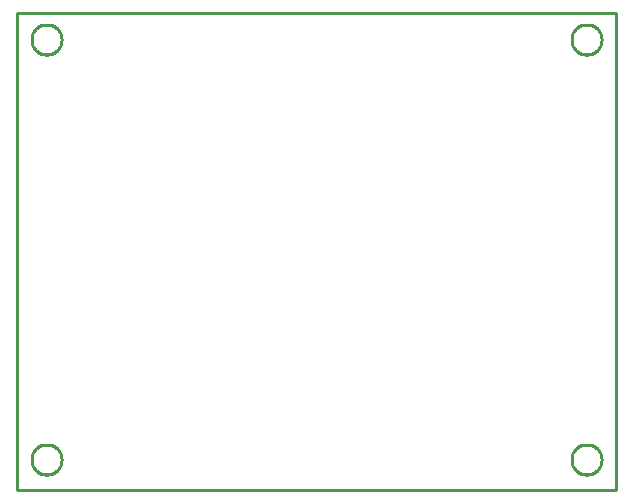
<source format=gbr>
G04 EAGLE Gerber RS-274X export*
G75*
%MOMM*%
%FSLAX34Y34*%
%LPD*%
%IN*%
%IPPOS*%
%AMOC8*
5,1,8,0,0,1.08239X$1,22.5*%
G01*
%ADD10C,0.254000*%


D10*
X0Y0D02*
X507800Y0D01*
X507800Y403100D01*
X0Y403100D01*
X0Y0D01*
X495300Y24901D02*
X495222Y23906D01*
X495066Y22920D01*
X494833Y21950D01*
X494524Y21001D01*
X494142Y20079D01*
X493689Y19190D01*
X493168Y18339D01*
X492581Y17531D01*
X491933Y16773D01*
X491227Y16067D01*
X490469Y15419D01*
X489661Y14832D01*
X488810Y14311D01*
X487921Y13858D01*
X486999Y13476D01*
X486050Y13167D01*
X485080Y12934D01*
X484094Y12778D01*
X483099Y12700D01*
X482101Y12700D01*
X481106Y12778D01*
X480120Y12934D01*
X479150Y13167D01*
X478201Y13476D01*
X477279Y13858D01*
X476390Y14311D01*
X475539Y14832D01*
X474731Y15419D01*
X473973Y16067D01*
X473267Y16773D01*
X472619Y17531D01*
X472032Y18339D01*
X471511Y19190D01*
X471058Y20079D01*
X470676Y21001D01*
X470367Y21950D01*
X470134Y22920D01*
X469978Y23906D01*
X469900Y24901D01*
X469900Y25899D01*
X469978Y26894D01*
X470134Y27880D01*
X470367Y28850D01*
X470676Y29799D01*
X471058Y30721D01*
X471511Y31610D01*
X472032Y32461D01*
X472619Y33269D01*
X473267Y34027D01*
X473973Y34733D01*
X474731Y35381D01*
X475539Y35968D01*
X476390Y36489D01*
X477279Y36942D01*
X478201Y37324D01*
X479150Y37633D01*
X480120Y37866D01*
X481106Y38022D01*
X482101Y38100D01*
X483099Y38100D01*
X484094Y38022D01*
X485080Y37866D01*
X486050Y37633D01*
X486999Y37324D01*
X487921Y36942D01*
X488810Y36489D01*
X489661Y35968D01*
X490469Y35381D01*
X491227Y34733D01*
X491933Y34027D01*
X492581Y33269D01*
X493168Y32461D01*
X493689Y31610D01*
X494142Y30721D01*
X494524Y29799D01*
X494833Y28850D01*
X495066Y27880D01*
X495222Y26894D01*
X495300Y25899D01*
X495300Y24901D01*
X38100Y24901D02*
X38022Y23906D01*
X37866Y22920D01*
X37633Y21950D01*
X37324Y21001D01*
X36942Y20079D01*
X36489Y19190D01*
X35968Y18339D01*
X35381Y17531D01*
X34733Y16773D01*
X34027Y16067D01*
X33269Y15419D01*
X32461Y14832D01*
X31610Y14311D01*
X30721Y13858D01*
X29799Y13476D01*
X28850Y13167D01*
X27880Y12934D01*
X26894Y12778D01*
X25899Y12700D01*
X24901Y12700D01*
X23906Y12778D01*
X22920Y12934D01*
X21950Y13167D01*
X21001Y13476D01*
X20079Y13858D01*
X19190Y14311D01*
X18339Y14832D01*
X17531Y15419D01*
X16773Y16067D01*
X16067Y16773D01*
X15419Y17531D01*
X14832Y18339D01*
X14311Y19190D01*
X13858Y20079D01*
X13476Y21001D01*
X13167Y21950D01*
X12934Y22920D01*
X12778Y23906D01*
X12700Y24901D01*
X12700Y25899D01*
X12778Y26894D01*
X12934Y27880D01*
X13167Y28850D01*
X13476Y29799D01*
X13858Y30721D01*
X14311Y31610D01*
X14832Y32461D01*
X15419Y33269D01*
X16067Y34027D01*
X16773Y34733D01*
X17531Y35381D01*
X18339Y35968D01*
X19190Y36489D01*
X20079Y36942D01*
X21001Y37324D01*
X21950Y37633D01*
X22920Y37866D01*
X23906Y38022D01*
X24901Y38100D01*
X25899Y38100D01*
X26894Y38022D01*
X27880Y37866D01*
X28850Y37633D01*
X29799Y37324D01*
X30721Y36942D01*
X31610Y36489D01*
X32461Y35968D01*
X33269Y35381D01*
X34027Y34733D01*
X34733Y34027D01*
X35381Y33269D01*
X35968Y32461D01*
X36489Y31610D01*
X36942Y30721D01*
X37324Y29799D01*
X37633Y28850D01*
X37866Y27880D01*
X38022Y26894D01*
X38100Y25899D01*
X38100Y24901D01*
X495300Y380501D02*
X495222Y379506D01*
X495066Y378520D01*
X494833Y377550D01*
X494524Y376601D01*
X494142Y375679D01*
X493689Y374790D01*
X493168Y373939D01*
X492581Y373131D01*
X491933Y372373D01*
X491227Y371667D01*
X490469Y371019D01*
X489661Y370432D01*
X488810Y369911D01*
X487921Y369458D01*
X486999Y369076D01*
X486050Y368767D01*
X485080Y368534D01*
X484094Y368378D01*
X483099Y368300D01*
X482101Y368300D01*
X481106Y368378D01*
X480120Y368534D01*
X479150Y368767D01*
X478201Y369076D01*
X477279Y369458D01*
X476390Y369911D01*
X475539Y370432D01*
X474731Y371019D01*
X473973Y371667D01*
X473267Y372373D01*
X472619Y373131D01*
X472032Y373939D01*
X471511Y374790D01*
X471058Y375679D01*
X470676Y376601D01*
X470367Y377550D01*
X470134Y378520D01*
X469978Y379506D01*
X469900Y380501D01*
X469900Y381499D01*
X469978Y382494D01*
X470134Y383480D01*
X470367Y384450D01*
X470676Y385399D01*
X471058Y386321D01*
X471511Y387210D01*
X472032Y388061D01*
X472619Y388869D01*
X473267Y389627D01*
X473973Y390333D01*
X474731Y390981D01*
X475539Y391568D01*
X476390Y392089D01*
X477279Y392542D01*
X478201Y392924D01*
X479150Y393233D01*
X480120Y393466D01*
X481106Y393622D01*
X482101Y393700D01*
X483099Y393700D01*
X484094Y393622D01*
X485080Y393466D01*
X486050Y393233D01*
X486999Y392924D01*
X487921Y392542D01*
X488810Y392089D01*
X489661Y391568D01*
X490469Y390981D01*
X491227Y390333D01*
X491933Y389627D01*
X492581Y388869D01*
X493168Y388061D01*
X493689Y387210D01*
X494142Y386321D01*
X494524Y385399D01*
X494833Y384450D01*
X495066Y383480D01*
X495222Y382494D01*
X495300Y381499D01*
X495300Y380501D01*
X38100Y380501D02*
X38022Y379506D01*
X37866Y378520D01*
X37633Y377550D01*
X37324Y376601D01*
X36942Y375679D01*
X36489Y374790D01*
X35968Y373939D01*
X35381Y373131D01*
X34733Y372373D01*
X34027Y371667D01*
X33269Y371019D01*
X32461Y370432D01*
X31610Y369911D01*
X30721Y369458D01*
X29799Y369076D01*
X28850Y368767D01*
X27880Y368534D01*
X26894Y368378D01*
X25899Y368300D01*
X24901Y368300D01*
X23906Y368378D01*
X22920Y368534D01*
X21950Y368767D01*
X21001Y369076D01*
X20079Y369458D01*
X19190Y369911D01*
X18339Y370432D01*
X17531Y371019D01*
X16773Y371667D01*
X16067Y372373D01*
X15419Y373131D01*
X14832Y373939D01*
X14311Y374790D01*
X13858Y375679D01*
X13476Y376601D01*
X13167Y377550D01*
X12934Y378520D01*
X12778Y379506D01*
X12700Y380501D01*
X12700Y381499D01*
X12778Y382494D01*
X12934Y383480D01*
X13167Y384450D01*
X13476Y385399D01*
X13858Y386321D01*
X14311Y387210D01*
X14832Y388061D01*
X15419Y388869D01*
X16067Y389627D01*
X16773Y390333D01*
X17531Y390981D01*
X18339Y391568D01*
X19190Y392089D01*
X20079Y392542D01*
X21001Y392924D01*
X21950Y393233D01*
X22920Y393466D01*
X23906Y393622D01*
X24901Y393700D01*
X25899Y393700D01*
X26894Y393622D01*
X27880Y393466D01*
X28850Y393233D01*
X29799Y392924D01*
X30721Y392542D01*
X31610Y392089D01*
X32461Y391568D01*
X33269Y390981D01*
X34027Y390333D01*
X34733Y389627D01*
X35381Y388869D01*
X35968Y388061D01*
X36489Y387210D01*
X36942Y386321D01*
X37324Y385399D01*
X37633Y384450D01*
X37866Y383480D01*
X38022Y382494D01*
X38100Y381499D01*
X38100Y380501D01*
M02*

</source>
